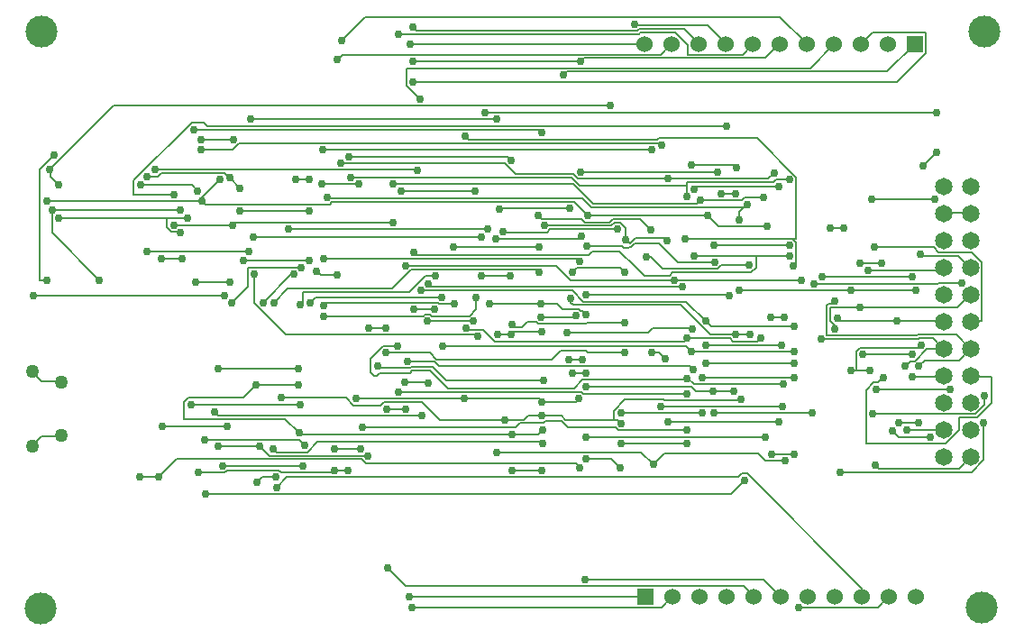
<source format=gbr>
G04 EAGLE Gerber RS-274X export*
G75*
%MOMM*%
%FSLAX34Y34*%
%LPD*%
%INBottom Copper*%
%IPPOS*%
%AMOC8*
5,1,8,0,0,1.08239X$1,22.5*%
G01*
%ADD10C,1.650000*%
%ADD11R,1.524000X1.524000*%
%ADD12C,1.524000*%
%ADD13C,1.270000*%
%ADD14C,0.152400*%
%ADD15C,0.756400*%
%ADD16C,3.000000*%


D10*
X901947Y401162D03*
X901947Y426562D03*
X876547Y426562D03*
X876547Y401162D03*
X901947Y375762D03*
X876547Y375762D03*
X901947Y350362D03*
X876547Y350362D03*
X901947Y324962D03*
X876547Y324962D03*
X901947Y299562D03*
X876547Y299562D03*
X901947Y274162D03*
X876547Y274162D03*
X901947Y248762D03*
X876547Y248762D03*
X901947Y223362D03*
X876547Y223362D03*
X901947Y197962D03*
X876547Y197962D03*
X901947Y172562D03*
X876547Y172562D03*
D11*
X596964Y41275D03*
D12*
X622364Y41275D03*
X647764Y41275D03*
X673164Y41275D03*
X698564Y41275D03*
X723964Y41275D03*
X749364Y41275D03*
X774764Y41275D03*
X800164Y41275D03*
X825564Y41275D03*
X850964Y41275D03*
D11*
X850011Y560515D03*
D12*
X824611Y560515D03*
X799211Y560515D03*
X773811Y560515D03*
X748411Y560515D03*
X723011Y560515D03*
X697611Y560515D03*
X672211Y560515D03*
X646811Y560515D03*
X621411Y560515D03*
X596011Y560515D03*
D13*
X47638Y242424D03*
X47638Y192424D03*
X20638Y252424D03*
X20638Y182424D03*
D14*
X540800Y238400D02*
X640000Y238400D01*
X644000Y234400D01*
X660000Y234400D02*
X680000Y234400D01*
X660000Y234400D02*
X644000Y234400D01*
D15*
X540800Y238400D03*
X680000Y234400D03*
X541600Y370400D03*
X661600Y355200D03*
X660000Y234400D03*
D14*
X574544Y370400D02*
X541600Y370400D01*
X574544Y370400D02*
X576040Y368903D01*
X580644Y368903D01*
X581645Y369904D01*
X583511Y369904D01*
X586733Y373126D01*
X609283Y373126D01*
X627209Y355200D01*
X661600Y355200D01*
X650400Y213600D02*
X573600Y213600D01*
D15*
X573600Y213600D03*
X650400Y213600D03*
D14*
X709600Y191200D02*
X540800Y191200D01*
D15*
X540800Y191200D03*
X709600Y191200D03*
D14*
X270400Y240000D02*
X231200Y240000D01*
X236800Y153600D02*
X232000Y148800D01*
X236800Y153600D02*
X249600Y153600D01*
X495821Y193600D02*
X499758Y197537D01*
X495821Y193600D02*
X471200Y193600D01*
X529359Y303759D02*
X531200Y305600D01*
X529359Y303759D02*
X498525Y303759D01*
X272800Y193600D02*
X271200Y195200D01*
X272800Y193600D02*
X471200Y193600D01*
X231200Y240000D02*
X219200Y228000D01*
X167200Y228000D01*
X163200Y224000D01*
X163200Y208000D01*
X258400Y208000D01*
X271200Y195200D01*
X681600Y287200D02*
X695200Y287200D01*
X655200Y399200D02*
X542400Y399200D01*
X665600Y388800D02*
X711200Y388800D01*
X665600Y388800D02*
X655200Y399200D01*
X180000Y412800D02*
X34400Y412800D01*
X180000Y416000D02*
X196800Y432800D01*
X180000Y416000D02*
X180000Y412800D01*
X632800Y574400D02*
X646400Y560800D01*
X632800Y574400D02*
X590400Y574400D01*
X588800Y572800D01*
X381600Y572800D01*
X378400Y576000D01*
X646400Y560800D02*
X646811Y560515D01*
X529600Y412000D02*
X542400Y399200D01*
X529600Y412000D02*
X302400Y412000D01*
X300000Y409600D01*
X183200Y409600D01*
X180000Y412800D01*
X526719Y317575D02*
X529093Y315200D01*
X526719Y317575D02*
X526719Y321258D01*
X529093Y315200D02*
X629600Y315200D01*
X657600Y287200D01*
X681600Y287200D01*
D15*
X270400Y240000D03*
X231200Y240000D03*
X232000Y148800D03*
X249600Y153600D03*
X471200Y193600D03*
X499758Y197537D03*
X531200Y305600D03*
X498525Y303759D03*
X271200Y195200D03*
X695200Y287200D03*
X681600Y287200D03*
X655200Y399200D03*
X542400Y399200D03*
X711200Y388800D03*
X180000Y412800D03*
X34400Y412800D03*
X196800Y432800D03*
X378400Y576000D03*
X526719Y321258D03*
D14*
X499391Y396000D02*
X495784Y399607D01*
X499391Y396000D02*
X536800Y396000D01*
X540000Y392800D01*
X563200Y392800D01*
X566400Y396000D01*
X591291Y396000D01*
X601601Y385690D01*
D15*
X495784Y399607D03*
X601601Y385690D03*
X597130Y360167D03*
X694400Y352800D03*
D14*
X667782Y352800D01*
X664114Y349132D01*
X612610Y349132D01*
X601575Y360167D02*
X597130Y360167D01*
X601575Y360167D02*
X612610Y349132D01*
X499696Y160000D02*
X471200Y160000D01*
X376000Y560000D02*
X596000Y560000D01*
X596011Y560515D01*
X470400Y451200D02*
X467200Y454400D01*
X318400Y454400D01*
D15*
X471200Y160000D03*
X499696Y160000D03*
X471353Y296597D03*
X577220Y298819D03*
X376000Y560000D03*
X470400Y451200D03*
X318400Y454400D03*
D14*
X471353Y296597D02*
X473881Y294069D01*
X480314Y294069D01*
X485446Y299200D01*
X494502Y299200D01*
X496011Y297691D01*
X540672Y297691D02*
X541801Y298819D01*
X577220Y298819D01*
X540672Y297691D02*
X496011Y297691D01*
X857600Y445600D02*
X870400Y458400D01*
X280800Y432800D02*
X268000Y432800D01*
X473385Y290185D02*
X499531Y290185D01*
X473385Y290185D02*
X470400Y287200D01*
X464800Y207200D02*
X482600Y207200D01*
X570400Y207200D02*
X573600Y204000D01*
X567200Y207200D02*
X521653Y207200D01*
X567200Y207200D02*
X570400Y207200D01*
X685600Y225600D02*
X686400Y226400D01*
X685600Y225600D02*
X614400Y225600D01*
X613600Y226400D01*
X577600Y226400D01*
X567200Y216000D01*
X567200Y207200D01*
X470400Y287200D02*
X457600Y287200D01*
X315200Y228000D02*
X254400Y228000D01*
X315200Y228000D02*
X322400Y220800D01*
X348000Y220800D01*
X351200Y224000D01*
X386525Y224000D01*
X611200Y550400D02*
X620800Y560000D01*
X611200Y550400D02*
X312000Y550400D01*
X307200Y545600D01*
X620800Y560000D02*
X621411Y560515D01*
D15*
X857600Y445600D03*
X870400Y458400D03*
X280800Y432800D03*
X268000Y432800D03*
X470400Y287200D03*
X499531Y290185D03*
X464800Y207200D03*
X499188Y210947D03*
X573600Y204000D03*
X686400Y226400D03*
X457600Y287200D03*
X254400Y228000D03*
X307200Y545600D03*
D14*
X386525Y224000D02*
X403325Y207200D01*
X464800Y207200D01*
X499188Y210947D02*
X517906Y210947D01*
X521653Y207200D01*
X499188Y210947D02*
X486347Y210947D01*
X482600Y207200D01*
X855200Y363200D02*
X856800Y361600D01*
X890400Y361600D01*
X901600Y350400D01*
X901947Y350362D01*
D15*
X855200Y363200D03*
D14*
X721600Y205600D02*
X617600Y205600D01*
D15*
X721600Y205600D03*
X617600Y205600D03*
X352800Y270400D03*
X577372Y270337D03*
D14*
X542781Y270337D01*
X540512Y272606D01*
X516873Y272606D01*
X508318Y264050D01*
X394191Y270400D02*
X352800Y270400D01*
X400541Y264050D02*
X508318Y264050D01*
X400541Y264050D02*
X394191Y270400D01*
X709549Y168800D02*
X728000Y168800D01*
X392495Y242134D02*
X391987Y242642D01*
X370540Y242642D01*
X456800Y176800D02*
X592609Y176800D01*
X603925Y165485D01*
D15*
X728000Y168800D03*
X603925Y165485D03*
X370540Y242642D03*
X392495Y242134D03*
X456800Y176800D03*
D14*
X702518Y175832D02*
X709549Y168800D01*
X614272Y175832D02*
X603925Y165485D01*
X614272Y175832D02*
X702518Y175832D01*
X564800Y389600D02*
X501600Y389600D01*
X564800Y389600D02*
X568000Y392800D01*
X572800Y392800D01*
X578400Y387200D01*
X578400Y376800D01*
X611200Y220000D02*
X725600Y220000D01*
X582248Y372952D02*
X578400Y376800D01*
X602527Y270452D02*
X609549Y270452D01*
X615200Y264800D01*
D15*
X501600Y389600D03*
X578400Y376800D03*
X611200Y220000D03*
X725600Y220000D03*
X616800Y376000D03*
X615200Y264800D03*
X602527Y270452D03*
D14*
X582248Y372952D02*
X587693Y378397D01*
X614404Y378397D02*
X616800Y376000D01*
X614404Y378397D02*
X587693Y378397D01*
X715200Y175200D02*
X736000Y175200D01*
D15*
X715200Y175200D03*
X736000Y175200D03*
D14*
X779200Y158400D02*
X903200Y158400D01*
X914400Y169600D01*
X914400Y204800D01*
X901600Y401600D02*
X876800Y401600D01*
X876547Y401162D01*
X901600Y401600D02*
X901947Y401162D01*
D15*
X779200Y158400D03*
X914400Y204800D03*
D14*
X874400Y348000D02*
X805600Y348000D01*
X874400Y348000D02*
X876000Y349600D01*
X876547Y350362D01*
D15*
X805600Y348000D03*
D14*
X807200Y253600D02*
X794400Y253600D01*
X789600Y253600D01*
X853600Y275200D02*
X856000Y277600D01*
X853600Y275200D02*
X798400Y275200D01*
X794400Y271200D01*
X794400Y253600D01*
D15*
X789600Y253600D03*
X807200Y253600D03*
X856000Y277600D03*
D14*
X774400Y292800D02*
X774400Y296000D01*
X770400Y300000D01*
X770400Y312800D01*
X798400Y312800D02*
X889600Y312800D01*
X798400Y312800D02*
X770400Y312800D01*
X889600Y312800D02*
X901600Y324800D01*
X901947Y324962D01*
X818400Y354400D02*
X798400Y354400D01*
D15*
X774400Y292800D03*
X818400Y354400D03*
X798400Y354400D03*
X798400Y312800D03*
D14*
X812000Y369600D02*
X867200Y369600D01*
X872000Y364800D01*
X903200Y364800D01*
X912800Y355200D01*
X912800Y300000D01*
X902400Y300000D01*
X901947Y299562D01*
D15*
X812000Y369600D03*
D14*
X736000Y260800D02*
X653600Y260800D01*
X568800Y200000D02*
X524193Y200000D01*
X475044Y200000D02*
X331200Y200000D01*
X568800Y200000D02*
X571200Y197600D01*
X636000Y197600D01*
D15*
X653600Y260800D03*
X736000Y260800D03*
X331200Y200000D03*
X636000Y197600D03*
D14*
X479196Y204152D02*
X475044Y200000D01*
X479196Y204152D02*
X500975Y204152D01*
X502753Y205931D01*
X518262Y205931D02*
X524193Y200000D01*
X518262Y205931D02*
X502753Y205931D01*
X650400Y247200D02*
X736000Y247200D01*
X352800Y293600D02*
X336800Y293600D01*
X364800Y233600D02*
X536800Y233600D01*
X538400Y232000D01*
X636000Y232000D01*
D15*
X650400Y247200D03*
X736000Y247200D03*
X352800Y293600D03*
X336800Y293600D03*
X364800Y233600D03*
X636000Y232000D03*
D14*
X642400Y240800D02*
X726400Y240800D01*
X642400Y240800D02*
X636800Y246400D01*
X636000Y246400D01*
X364000Y276800D02*
X350400Y276800D01*
X338400Y264800D01*
X338400Y251841D01*
X537655Y244800D02*
X637600Y244800D01*
X636000Y246400D01*
D15*
X726400Y240800D03*
X636000Y246400D03*
X364000Y276800D03*
D14*
X529503Y236648D02*
X537655Y244800D01*
X414973Y236648D02*
X411480Y236648D01*
X414973Y236648D02*
X529503Y236648D01*
X341512Y248730D02*
X338400Y251841D01*
X341512Y248730D02*
X343980Y248730D01*
X346782Y251532D01*
X375345Y251532D01*
X377749Y253937D01*
X394192Y253937D02*
X411480Y236648D01*
X394192Y253937D02*
X377749Y253937D01*
X660800Y213600D02*
X753600Y213600D01*
X641600Y254400D02*
X638400Y257600D01*
D15*
X660800Y213600D03*
X753600Y213600D03*
X372800Y261880D03*
X641600Y254400D03*
D14*
X402680Y257600D02*
X398401Y261880D01*
X402680Y257600D02*
X638400Y257600D01*
X398401Y261880D02*
X372800Y261880D01*
X684800Y328800D02*
X789600Y328800D01*
X850400Y328800D01*
X534400Y227200D02*
X531606Y224406D01*
X499695Y224406D01*
X496774Y227327D01*
X29600Y192000D02*
X20800Y183200D01*
X29600Y192000D02*
X47200Y192000D01*
X20800Y183200D02*
X20638Y182424D01*
X47200Y192000D02*
X47638Y192424D01*
X29600Y243200D02*
X20800Y252000D01*
X29600Y243200D02*
X47200Y243200D01*
X20800Y252000D02*
X20638Y252424D01*
X47200Y243200D02*
X47638Y242424D01*
X219200Y356800D02*
X280800Y356800D01*
X324927Y227327D02*
X324800Y227200D01*
X573600Y184800D02*
X636000Y184800D01*
D15*
X789600Y328800D03*
X684800Y328800D03*
X850400Y328800D03*
X499695Y224406D03*
X534400Y227200D03*
X426639Y227327D03*
X219200Y356800D03*
X280800Y356800D03*
X324800Y227200D03*
X636000Y184800D03*
X573600Y184800D03*
D14*
X426639Y227327D02*
X324927Y227327D01*
X426639Y227327D02*
X496774Y227327D01*
X776800Y302400D02*
X779200Y300000D01*
X832800Y300000D02*
X876000Y300000D01*
X832800Y300000D02*
X779200Y300000D01*
X876000Y300000D02*
X876547Y299562D01*
D15*
X776800Y302400D03*
X832800Y300000D03*
D14*
X774400Y319200D02*
X771200Y316000D01*
X768800Y316000D01*
X767200Y314400D01*
X767200Y286400D01*
X851200Y286400D01*
X852000Y287200D01*
X888800Y287200D01*
X901600Y274400D01*
X901947Y274162D01*
X859200Y263200D02*
X853600Y257600D01*
X859200Y263200D02*
X891200Y263200D01*
X901600Y273600D01*
X901947Y274162D01*
D15*
X774400Y319200D03*
X853600Y257600D03*
D14*
X820000Y247200D02*
X815200Y242400D01*
X811200Y242400D01*
X804000Y235200D01*
X804000Y184800D01*
X878400Y184800D01*
X891200Y197600D01*
X891200Y209600D01*
X908000Y209600D01*
X921600Y223200D01*
X921600Y248000D01*
X902400Y248000D01*
X901947Y248762D01*
D15*
X820000Y247200D03*
D14*
X852800Y283200D02*
X761600Y283200D01*
X852800Y283200D02*
X853600Y284000D01*
X866400Y284000D01*
X876000Y274400D01*
X876547Y274162D01*
X845600Y262400D02*
X840800Y257600D01*
X845600Y262400D02*
X849600Y262400D01*
X860800Y273600D01*
X876000Y273600D01*
X876547Y274162D01*
D15*
X761600Y283200D03*
X840800Y257600D03*
D14*
X847200Y341600D02*
X762400Y341600D01*
X847200Y248000D02*
X876000Y248000D01*
X876547Y248762D01*
D15*
X762400Y341600D03*
X847200Y341600D03*
X847200Y248000D03*
D14*
X871200Y335200D02*
X755200Y335200D01*
X871200Y335200D02*
X872000Y336000D01*
X893600Y336000D01*
D15*
X755200Y335200D03*
X893600Y336000D03*
D14*
X828800Y196800D02*
X834400Y191200D01*
X864000Y191200D01*
D15*
X828800Y196800D03*
X864000Y191200D03*
D14*
X783200Y387200D02*
X770400Y387200D01*
X800800Y268800D02*
X847200Y268800D01*
X852800Y204800D02*
X834400Y204800D01*
D15*
X770400Y387200D03*
X783200Y387200D03*
X800800Y268800D03*
X847200Y268800D03*
X834400Y204800D03*
X852800Y204800D03*
D14*
X727200Y304000D02*
X714400Y304000D01*
X891200Y161600D02*
X901600Y172000D01*
X891200Y161600D02*
X816000Y161600D01*
X812800Y164800D01*
X901600Y172000D02*
X901947Y172562D01*
D15*
X714400Y304000D03*
X727200Y304000D03*
X812800Y164800D03*
D14*
X808800Y414400D02*
X868800Y414400D01*
X876000Y197600D02*
X842400Y197600D01*
X876000Y197600D02*
X876547Y197962D01*
D15*
X808800Y414400D03*
X868800Y414400D03*
X842400Y197600D03*
D14*
X736800Y271200D02*
X640000Y271200D01*
X634400Y276800D02*
X406400Y276800D01*
X634400Y276800D02*
X640000Y271200D01*
D15*
X640000Y271200D03*
X736800Y271200D03*
X406400Y276800D03*
D14*
X636000Y284000D02*
X676000Y284000D01*
X679200Y280800D01*
X701600Y280800D01*
X704800Y284000D01*
X429600Y292000D02*
X428000Y293600D01*
X429600Y292000D02*
X444000Y292000D01*
X455137Y280864D01*
X632864Y280864D01*
X636000Y284000D01*
D15*
X636000Y284000D03*
X704800Y284000D03*
X428000Y293600D03*
D14*
X653600Y277600D02*
X724800Y277600D01*
X292000Y343200D02*
X288000Y347200D01*
X292000Y343200D02*
X307200Y343200D01*
X409512Y244621D02*
X501245Y244621D01*
X603441Y293816D02*
X639784Y293816D01*
X640800Y292800D01*
D15*
X653600Y277600D03*
X724800Y277600D03*
X288000Y347200D03*
X307200Y343200D03*
X344800Y257600D03*
X501245Y244621D03*
X523252Y289435D03*
X640800Y292800D03*
D14*
X603441Y293816D02*
X599059Y289435D01*
X523252Y289435D01*
X376931Y257429D02*
X375314Y255812D01*
X346589Y255812D01*
X344800Y257600D01*
X396704Y257429D02*
X409512Y244621D01*
X396704Y257429D02*
X376931Y257429D01*
X653600Y300000D02*
X658400Y295200D01*
X736000Y295200D01*
X528000Y328800D02*
X385600Y328800D01*
X528000Y328800D02*
X538400Y318400D01*
X635200Y318400D01*
X653600Y300000D01*
D15*
X653600Y300000D03*
X736000Y295200D03*
X385600Y328800D03*
D14*
X624000Y338400D02*
X743200Y338400D01*
X512800Y352000D02*
X371200Y352000D01*
X512800Y352000D02*
X526400Y338400D01*
X624000Y338400D01*
D15*
X624000Y338400D03*
X743200Y338400D03*
X371200Y352000D03*
D14*
X660800Y371200D02*
X732000Y371200D01*
X396000Y332000D02*
X392800Y335200D01*
X396000Y332000D02*
X631200Y332000D01*
D15*
X660800Y371200D03*
X732000Y371200D03*
X392800Y335200D03*
X631200Y332000D03*
D14*
X700800Y361600D02*
X732000Y361600D01*
X700800Y361600D02*
X642400Y361600D01*
X381600Y362400D02*
X379200Y364800D01*
X381600Y362400D02*
X543751Y362400D01*
X587469Y350931D02*
X596000Y342400D01*
X619200Y342400D01*
X622400Y345600D01*
X696000Y345600D01*
X700800Y350400D01*
X700800Y361600D01*
D15*
X642400Y361600D03*
X732000Y361600D03*
X379200Y364800D03*
D14*
X587154Y350931D02*
X587469Y350931D01*
X587154Y350931D02*
X572326Y365760D01*
X547111Y365760D01*
X543751Y362400D01*
X633600Y377600D02*
X734400Y377600D01*
X734800Y377200D02*
X738400Y373600D01*
X734800Y377200D02*
X734400Y377600D01*
X738400Y373600D02*
X738400Y352000D01*
X735200Y352000D01*
X430400Y470400D02*
X427200Y473600D01*
X430400Y470400D02*
X608000Y470400D01*
X609600Y472000D01*
X701600Y472000D01*
X738400Y435200D01*
X738400Y377600D01*
X735200Y377600D01*
X734800Y377200D01*
D15*
X633600Y377600D03*
X735200Y352000D03*
X427200Y473600D03*
D14*
X648000Y413600D02*
X687200Y413600D01*
X689600Y416000D01*
X707200Y416000D01*
X528800Y428800D02*
X360000Y428800D01*
X528800Y428800D02*
X547200Y410400D01*
X644800Y410400D01*
X648000Y413600D01*
D15*
X648000Y413600D03*
X707200Y416000D03*
X360000Y428800D03*
D14*
X636000Y430400D02*
X636000Y427200D01*
X636000Y416800D01*
X636000Y430400D02*
X716800Y430400D01*
X719200Y432800D01*
X732000Y432800D01*
X527200Y435200D02*
X320000Y435200D01*
X527200Y435200D02*
X535200Y427200D01*
X636000Y427200D01*
D15*
X636000Y416800D03*
X732000Y432800D03*
X320000Y435200D03*
D14*
X294400Y358400D02*
X532800Y358400D01*
X535200Y356000D01*
D15*
X294400Y358400D03*
X535200Y356000D03*
D14*
X286400Y322400D02*
X281600Y317600D01*
X286400Y322400D02*
X405600Y322400D01*
X520000Y531200D02*
X523200Y534400D01*
X824000Y534400D01*
X849600Y560000D01*
X850011Y560515D01*
D15*
X281600Y317600D03*
X405600Y322400D03*
X520000Y531200D03*
D14*
X206400Y336800D02*
X174400Y336800D01*
X199200Y164000D02*
X275200Y164000D01*
D15*
X206400Y336800D03*
X174400Y336800D03*
X199200Y164000D03*
X275200Y164000D03*
D14*
X680000Y446400D02*
X682400Y444000D01*
X680000Y446400D02*
X640000Y446400D01*
X564000Y502400D02*
X96800Y502400D01*
X36800Y442400D01*
X45600Y396800D02*
X147200Y396800D01*
X166400Y396800D01*
X45600Y428000D02*
X37600Y436000D01*
X37600Y442400D01*
X36800Y442400D01*
X195200Y182400D02*
X234400Y182400D01*
X160000Y383200D02*
X159200Y384000D01*
X151200Y384000D01*
X147200Y388000D01*
X147200Y396800D01*
X243200Y173600D02*
X336000Y173600D01*
X243200Y173600D02*
X234400Y182400D01*
D15*
X682400Y444000D03*
X640000Y446400D03*
X564000Y502400D03*
X36800Y442400D03*
X166400Y396800D03*
X45600Y396800D03*
X45600Y428000D03*
X234400Y182400D03*
X195200Y182400D03*
X160000Y383200D03*
X336000Y173600D03*
D14*
X536000Y440000D02*
X664800Y440000D01*
X499200Y476800D02*
X496000Y480000D01*
X172800Y480000D01*
X170400Y428000D02*
X176000Y422400D01*
X170400Y428000D02*
X122400Y428000D01*
X142400Y358400D02*
X161600Y358400D01*
X707200Y57600D02*
X723200Y41600D01*
X707200Y57600D02*
X540000Y57600D01*
X386400Y211200D02*
X195200Y211200D01*
X192000Y214400D01*
X723200Y41600D02*
X723964Y41275D01*
D15*
X664800Y440000D03*
X536000Y440000D03*
X499200Y476800D03*
X172800Y480000D03*
X176000Y422400D03*
X122400Y428000D03*
X161600Y358400D03*
X142400Y358400D03*
X540000Y57600D03*
X386400Y211200D03*
X192000Y214400D03*
D14*
X208800Y390400D02*
X153600Y390400D01*
X445600Y496000D02*
X870400Y496000D01*
X360000Y392800D02*
X211200Y392800D01*
X208800Y390400D01*
D15*
X208800Y390400D03*
X153600Y390400D03*
X870400Y496000D03*
X445600Y496000D03*
X360000Y392800D03*
D14*
X280800Y403200D02*
X216000Y403200D01*
X292800Y428800D02*
X327200Y428800D01*
X384800Y508800D02*
X372000Y521600D01*
X372000Y537600D01*
X751200Y537600D01*
X773600Y560000D01*
X773811Y560515D01*
D15*
X216000Y403200D03*
X280800Y403200D03*
X292800Y428800D03*
X327200Y428800D03*
X384800Y508800D03*
D14*
X206000Y434800D02*
X201600Y439200D01*
X206000Y434800D02*
X216000Y424800D01*
X201600Y439200D02*
X141600Y439200D01*
X138400Y436000D01*
X128800Y436000D01*
X143200Y201600D02*
X204000Y201600D01*
X723200Y585600D02*
X748000Y560800D01*
X723200Y585600D02*
X333600Y585600D01*
X311200Y563200D01*
X748000Y560800D02*
X748411Y560515D01*
X206400Y435200D02*
X206000Y434800D01*
D15*
X216000Y424800D03*
X128800Y436000D03*
X143200Y201600D03*
X204000Y201600D03*
X311200Y563200D03*
X206400Y435200D03*
D14*
X304800Y160000D02*
X317600Y160000D01*
X612000Y465600D02*
X610400Y467200D01*
X215200Y467200D01*
X208800Y460800D01*
X179200Y460800D01*
X160000Y404000D02*
X39200Y404000D01*
X302400Y157600D02*
X304800Y160000D01*
X302400Y157600D02*
X254400Y157600D01*
X252000Y160000D01*
X204000Y160000D01*
X201600Y157600D01*
X176800Y157600D01*
X84000Y338400D02*
X39200Y383200D01*
X39200Y404000D01*
D15*
X304800Y160000D03*
X317600Y160000D03*
X612000Y465600D03*
X179200Y460800D03*
X39200Y404000D03*
X160000Y404000D03*
X176800Y157600D03*
X84000Y338400D03*
D14*
X617600Y433600D02*
X712000Y433600D01*
X717600Y439200D01*
X311200Y448000D02*
X310400Y448800D01*
X311200Y448000D02*
X464800Y448000D01*
X474400Y438400D01*
X528800Y438400D01*
X533600Y433600D01*
X617600Y433600D01*
D15*
X617600Y433600D03*
X717600Y439200D03*
X310400Y448800D03*
D14*
X644800Y426400D02*
X721600Y426400D01*
X644800Y426400D02*
X642400Y424000D01*
X602400Y460800D02*
X293600Y460800D01*
D15*
X721600Y426400D03*
X642400Y424000D03*
X293600Y460800D03*
X602400Y460800D03*
D14*
X437600Y287200D02*
X439200Y285600D01*
X437600Y287200D02*
X259200Y287200D01*
X229600Y316800D01*
X229600Y344000D01*
D15*
X439200Y285600D03*
X229600Y344000D03*
D14*
X493600Y348800D02*
X496800Y345600D01*
X493600Y348800D02*
X376800Y348800D01*
X358400Y330400D01*
X260800Y330400D01*
X248000Y317600D01*
D15*
X496800Y345600D03*
X248000Y317600D03*
D14*
X498641Y316064D02*
X514033Y316064D01*
X537583Y309618D02*
X540800Y306400D01*
X448800Y386400D02*
X261600Y386400D01*
X449943Y316166D02*
X450045Y316064D01*
X498641Y316064D01*
D15*
X498641Y316064D03*
X540800Y306400D03*
X261600Y386400D03*
X448800Y386400D03*
X449943Y316166D03*
D14*
X535764Y309618D02*
X537583Y309618D01*
X535764Y309618D02*
X533714Y311668D01*
X518429Y311668D02*
X514033Y316064D01*
X518429Y311668D02*
X533714Y311668D01*
X224000Y365600D02*
X128800Y365600D01*
X183200Y137600D02*
X676800Y137600D01*
X689600Y150400D01*
D15*
X224000Y365600D03*
X128800Y365600D03*
X183200Y137600D03*
X689600Y150400D03*
D14*
X469600Y342400D02*
X442400Y342400D01*
X442400Y379200D02*
X228800Y379200D01*
D15*
X469600Y342400D03*
X442400Y342400D03*
X442400Y379200D03*
X228800Y379200D03*
D14*
X379200Y311200D02*
X398400Y311200D01*
X371200Y217600D02*
X353600Y217600D01*
D15*
X398400Y311200D03*
X379200Y311200D03*
X371200Y217600D03*
X353600Y217600D03*
D14*
X354400Y68000D02*
X371200Y51200D01*
X688800Y51200D01*
X698400Y41600D01*
X698564Y41275D01*
D15*
X354400Y68000D03*
D14*
X276800Y183200D02*
X271200Y188800D01*
X182400Y188800D01*
X179200Y470400D02*
X209600Y470400D01*
X364800Y569600D02*
X590400Y569600D01*
X592000Y571200D01*
X624800Y571200D01*
X636800Y559200D01*
X636800Y550400D01*
X688000Y550400D01*
X697600Y560000D01*
X697611Y560515D01*
D15*
X276800Y183200D03*
X182400Y188800D03*
X179200Y470400D03*
X209600Y470400D03*
X364800Y569600D03*
D14*
X328800Y180000D02*
X304800Y180000D01*
X740800Y31200D02*
X815200Y31200D01*
X824800Y40800D01*
X825564Y41275D01*
D15*
X304800Y180000D03*
X328800Y180000D03*
X740800Y31200D03*
D14*
X534400Y377600D02*
X536800Y380000D01*
X534400Y377600D02*
X456000Y377600D01*
X536000Y544000D02*
X539200Y547200D01*
X709600Y547200D01*
X722400Y560000D01*
X723011Y560515D01*
X388000Y304800D02*
X294400Y304800D01*
X388000Y304800D02*
X389600Y306400D01*
X394400Y306400D01*
X396000Y304800D01*
X431200Y304800D01*
X437279Y310879D01*
X378400Y544000D02*
X536000Y544000D01*
D15*
X536800Y380000D03*
X456000Y377600D03*
X536000Y544000D03*
X294400Y304800D03*
X437293Y322477D03*
X378400Y544000D03*
D14*
X437279Y322462D02*
X437279Y310879D01*
X437279Y322462D02*
X437293Y322477D01*
X297600Y317600D02*
X294400Y314400D01*
X297600Y317600D02*
X401600Y317600D01*
X403200Y316000D01*
X417600Y316000D01*
X436800Y422400D02*
X367200Y422400D01*
X586400Y579200D02*
X588000Y577600D01*
X655200Y577600D01*
X672000Y560800D01*
X672211Y560515D01*
D15*
X294400Y314400D03*
X417600Y316000D03*
X436800Y422400D03*
X367200Y422400D03*
X586400Y579200D03*
D14*
X570400Y386400D02*
X507200Y386400D01*
X504000Y383200D01*
X464000Y383200D01*
X463200Y384000D01*
X375200Y40800D02*
X596800Y40800D01*
X596964Y41275D01*
D15*
X570400Y386400D03*
X463200Y384000D03*
X375200Y40800D03*
D14*
X459454Y405854D02*
X525398Y405854D01*
X459454Y405854D02*
X459200Y405600D01*
X435200Y300000D02*
X392000Y300000D01*
D15*
X525398Y405854D03*
X459200Y405600D03*
X435200Y300000D03*
X392000Y300000D03*
D14*
X275200Y318400D02*
X272000Y315200D01*
X275200Y318400D02*
X275200Y327200D01*
X375200Y327200D01*
X390400Y342400D01*
X399200Y342400D01*
D15*
X272000Y315200D03*
X399200Y342400D03*
D14*
X272000Y221600D02*
X169600Y221600D01*
X136000Y442400D02*
X381600Y442400D01*
X382400Y441600D01*
D15*
X272000Y221600D03*
X169600Y221600D03*
X136000Y442400D03*
X382400Y441600D03*
D14*
X184800Y483200D02*
X672800Y483200D01*
X184800Y483200D02*
X181600Y486400D01*
X170400Y486400D01*
X116000Y432000D01*
X116000Y419200D01*
X153600Y419200D01*
X195200Y255200D02*
X270400Y255200D01*
D15*
X672800Y483200D03*
X153600Y419200D03*
X195200Y255200D03*
X270400Y255200D03*
D14*
X288800Y186400D02*
X279200Y176800D01*
X250400Y176800D01*
X247200Y180000D01*
D15*
X500533Y185448D03*
X247200Y180000D03*
D14*
X499581Y186400D02*
X500533Y185448D01*
X499581Y186400D02*
X288800Y186400D01*
X684800Y402400D02*
X689200Y406800D01*
X692000Y409600D01*
X684800Y402400D02*
X684800Y395200D01*
X223200Y332000D02*
X208000Y316800D01*
X223200Y332000D02*
X223200Y350400D01*
X273600Y350400D01*
X298400Y415200D02*
X297600Y416000D01*
X298400Y415200D02*
X537600Y415200D01*
X545600Y407200D01*
X688800Y407200D01*
X689200Y406800D01*
D15*
X692000Y409600D03*
X684800Y395200D03*
X208000Y316800D03*
X273600Y350400D03*
X297600Y416000D03*
D14*
X201600Y324000D02*
X21600Y324000D01*
D15*
X201600Y324000D03*
X21600Y324000D03*
D14*
X237600Y317600D02*
X264000Y344000D01*
X266400Y344000D01*
X378400Y524800D02*
X832800Y524800D01*
X860000Y552000D01*
X860000Y571200D01*
X810400Y571200D01*
X800000Y560800D01*
X799211Y560515D01*
D15*
X237600Y317600D03*
X266400Y344000D03*
X378400Y524800D03*
D14*
X260000Y153600D02*
X250400Y144000D01*
X260000Y153600D02*
X684000Y153600D01*
X687200Y156800D01*
X692000Y156800D01*
X800000Y48800D01*
X800000Y41600D01*
X800164Y41275D01*
D15*
X250400Y144000D03*
D14*
X813600Y236000D02*
X883200Y236000D01*
D15*
X813600Y236000D03*
X883200Y236000D03*
D14*
X906400Y212800D02*
X810400Y212800D01*
X906400Y212800D02*
X915200Y221600D01*
X915200Y229600D01*
D15*
X810400Y212800D03*
X915200Y229600D03*
D14*
X681600Y420000D02*
X668000Y420000D01*
D15*
X681600Y420000D03*
X668000Y420000D03*
D14*
X139200Y153600D02*
X121600Y153600D01*
X28000Y442400D02*
X41600Y456000D01*
X28000Y442400D02*
X28000Y338400D01*
X34400Y338400D01*
X524800Y264000D02*
X537600Y264000D01*
X541131Y251454D02*
X528649Y251454D01*
X528395Y251200D01*
X156000Y170400D02*
X139200Y153600D01*
X156000Y170400D02*
X330400Y170400D01*
X334400Y166400D01*
D15*
X139200Y153600D03*
X121600Y153600D03*
X41600Y456000D03*
X34400Y338400D03*
X535200Y162400D03*
X524800Y264000D03*
X537600Y264000D03*
X541131Y251454D03*
X528395Y251200D03*
D14*
X531200Y166400D02*
X535200Y162400D01*
X531200Y166400D02*
X334400Y166400D01*
X674400Y324800D02*
X675200Y324000D01*
X674400Y324800D02*
X540800Y324800D01*
X456800Y489600D02*
X225600Y489600D01*
X416000Y369600D02*
X496800Y369600D01*
D15*
X675200Y324000D03*
X540800Y324800D03*
X225600Y489600D03*
X456800Y489600D03*
X416000Y369600D03*
X496800Y369600D03*
D14*
X564710Y170400D02*
X573104Y162006D01*
X564710Y170400D02*
X540800Y170400D01*
X612000Y31200D02*
X377600Y31200D01*
X612000Y31200D02*
X621600Y40800D01*
X622364Y41275D01*
D15*
X528000Y345600D03*
X577245Y345600D03*
X573104Y162006D03*
X540800Y170400D03*
X377600Y31200D03*
D14*
X577245Y345600D02*
X572913Y349932D01*
X532332Y349932D01*
X528000Y345600D01*
D16*
X29147Y572326D03*
X28385Y29845D03*
X912813Y30671D03*
X914845Y571754D03*
M02*

</source>
